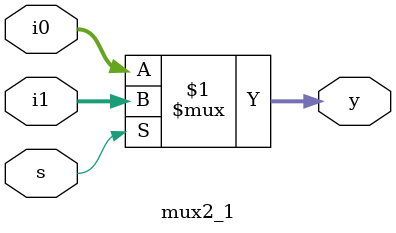
<source format=v>

module mux2_1(i0,i1,s,y);
input [3:0] i0,i1;
input s;
output [3:0] y;
assign y=s?i1:i0;
endmodule

</source>
